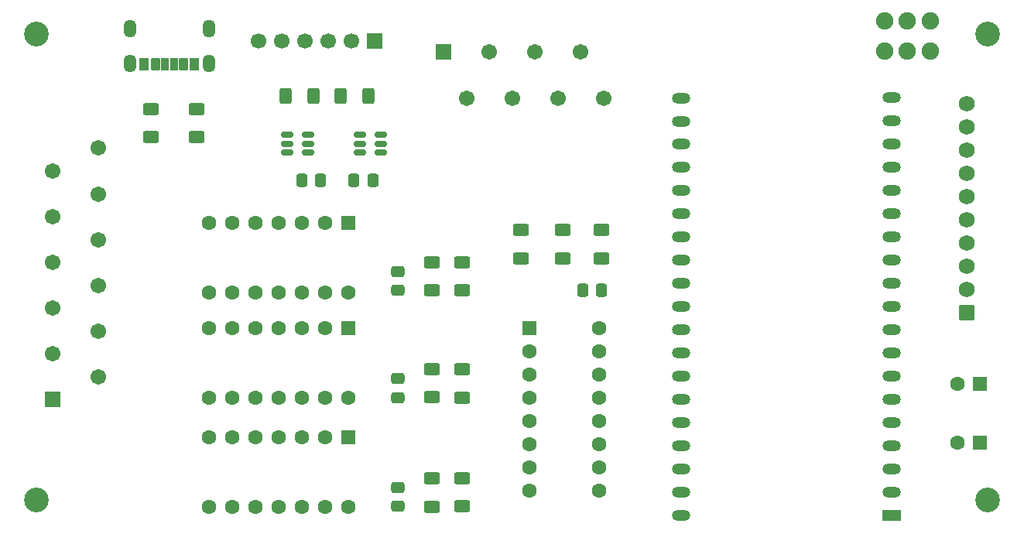
<source format=gbr>
%TF.GenerationSoftware,KiCad,Pcbnew,9.0.6*%
%TF.CreationDate,2025-11-29T12:35:40-05:00*%
%TF.ProjectId,MoistureSensor1,4d6f6973-7475-4726-9553-656e736f7231,1.0.0*%
%TF.SameCoordinates,Original*%
%TF.FileFunction,Soldermask,Top*%
%TF.FilePolarity,Negative*%
%FSLAX46Y46*%
G04 Gerber Fmt 4.6, Leading zero omitted, Abs format (unit mm)*
G04 Created by KiCad (PCBNEW 9.0.6) date 2025-11-29 12:35:40*
%MOMM*%
%LPD*%
G01*
G04 APERTURE LIST*
G04 Aperture macros list*
%AMRoundRect*
0 Rectangle with rounded corners*
0 $1 Rounding radius*
0 $2 $3 $4 $5 $6 $7 $8 $9 X,Y pos of 4 corners*
0 Add a 4 corners polygon primitive as box body*
4,1,4,$2,$3,$4,$5,$6,$7,$8,$9,$2,$3,0*
0 Add four circle primitives for the rounded corners*
1,1,$1+$1,$2,$3*
1,1,$1+$1,$4,$5*
1,1,$1+$1,$6,$7*
1,1,$1+$1,$8,$9*
0 Add four rect primitives between the rounded corners*
20,1,$1+$1,$2,$3,$4,$5,0*
20,1,$1+$1,$4,$5,$6,$7,0*
20,1,$1+$1,$6,$7,$8,$9,0*
20,1,$1+$1,$8,$9,$2,$3,0*%
G04 Aperture macros list end*
%ADD10C,2.700000*%
%ADD11RoundRect,0.250000X0.400000X0.625000X-0.400000X0.625000X-0.400000X-0.625000X0.400000X-0.625000X0*%
%ADD12RoundRect,0.250000X-0.337500X-0.475000X0.337500X-0.475000X0.337500X0.475000X-0.337500X0.475000X0*%
%ADD13RoundRect,0.150000X-0.512500X-0.150000X0.512500X-0.150000X0.512500X0.150000X-0.512500X0.150000X0*%
%ADD14RoundRect,0.250000X-0.625000X0.400000X-0.625000X-0.400000X0.625000X-0.400000X0.625000X0.400000X0*%
%ADD15RoundRect,0.250000X0.625000X-0.400000X0.625000X0.400000X-0.625000X0.400000X-0.625000X-0.400000X0*%
%ADD16RoundRect,0.250000X-0.400000X-0.625000X0.400000X-0.625000X0.400000X0.625000X-0.400000X0.625000X0*%
%ADD17RoundRect,0.250000X0.475000X-0.337500X0.475000X0.337500X-0.475000X0.337500X-0.475000X-0.337500X0*%
%ADD18R,1.700000X1.700000*%
%ADD19C,1.700000*%
%ADD20RoundRect,0.250000X-0.550000X-0.550000X0.550000X-0.550000X0.550000X0.550000X-0.550000X0.550000X0*%
%ADD21C,1.600000*%
%ADD22RoundRect,0.250000X-0.550000X0.550000X-0.550000X-0.550000X0.550000X-0.550000X0.550000X0.550000X0*%
%ADD23RoundRect,0.250000X0.620000X-0.620000X0.620000X0.620000X-0.620000X0.620000X-0.620000X-0.620000X0*%
%ADD24C,1.740000*%
%ADD25C,1.900000*%
%ADD26RoundRect,0.102000X0.754000X0.754000X-0.754000X0.754000X-0.754000X-0.754000X0.754000X-0.754000X0*%
%ADD27C,1.712000*%
%ADD28RoundRect,0.250000X0.550000X0.550000X-0.550000X0.550000X-0.550000X-0.550000X0.550000X-0.550000X0*%
%ADD29RoundRect,0.102000X0.350000X0.600000X-0.350000X0.600000X-0.350000X-0.600000X0.350000X-0.600000X0*%
%ADD30RoundRect,0.102000X0.380000X0.600000X-0.380000X0.600000X-0.380000X-0.600000X0.380000X-0.600000X0*%
%ADD31RoundRect,0.102000X0.400000X0.600000X-0.400000X0.600000X-0.400000X-0.600000X0.400000X-0.600000X0*%
%ADD32O,1.354000X1.954000*%
%ADD33RoundRect,0.102000X-0.754000X0.754000X-0.754000X-0.754000X0.754000X-0.754000X0.754000X0.754000X0*%
%ADD34R,2.000000X1.200000*%
%ADD35O,2.000000X1.200000*%
G04 APERTURE END LIST*
D10*
%TO.C,H2*%
X204500000Y-124500000D03*
%TD*%
D11*
%TO.C,R2*%
X136800000Y-80250000D03*
X133700000Y-80250000D03*
%TD*%
D12*
%TO.C,C2*%
X135212500Y-89500000D03*
X137287500Y-89500000D03*
%TD*%
D13*
%TO.C,U3*%
X135862500Y-84550000D03*
X135862500Y-85500000D03*
X135862500Y-86450000D03*
X138137500Y-86450000D03*
X138137500Y-85500000D03*
X138137500Y-84550000D03*
%TD*%
D14*
%TO.C,R8*%
X143750000Y-122137500D03*
X143750000Y-125237500D03*
%TD*%
%TO.C,R3*%
X162250000Y-94950000D03*
X162250000Y-98050000D03*
%TD*%
D15*
%TO.C,R13*%
X153500000Y-98050000D03*
X153500000Y-94950000D03*
%TD*%
D12*
%TO.C,C5*%
X160212500Y-101500000D03*
X162287500Y-101500000D03*
%TD*%
D16*
%TO.C,R1*%
X127700000Y-80250000D03*
X130800000Y-80250000D03*
%TD*%
D13*
%TO.C,U2*%
X127862500Y-84550000D03*
X127862500Y-85500000D03*
X127862500Y-86450000D03*
X130137500Y-86450000D03*
X130137500Y-85500000D03*
X130137500Y-84550000D03*
%TD*%
D17*
%TO.C,C6*%
X140000000Y-101575000D03*
X140000000Y-99500000D03*
%TD*%
D18*
%TO.C,SMX1*%
X137500000Y-74250000D03*
D19*
X134960000Y-74250000D03*
X132420000Y-74250000D03*
X129880000Y-74250000D03*
X127340000Y-74250000D03*
X124800000Y-74250000D03*
%TD*%
D20*
%TO.C,U4*%
X154380000Y-105720000D03*
D21*
X154380000Y-108260000D03*
X154380000Y-110800000D03*
X154380000Y-113340000D03*
X154380000Y-115880000D03*
X154380000Y-118420000D03*
X154380000Y-120960000D03*
X154380000Y-123500000D03*
X162000000Y-123500000D03*
X162000000Y-120960000D03*
X162000000Y-118420000D03*
X162000000Y-115880000D03*
X162000000Y-113340000D03*
X162000000Y-110800000D03*
X162000000Y-108260000D03*
X162000000Y-105720000D03*
%TD*%
D14*
%TO.C,R7*%
X147000000Y-122100000D03*
X147000000Y-125200000D03*
%TD*%
D10*
%TO.C,H1*%
X204500000Y-73500000D03*
%TD*%
%TO.C,H4*%
X100500000Y-73500000D03*
%TD*%
D22*
%TO.C,U6*%
X134620000Y-105695000D03*
D21*
X132080000Y-105695000D03*
X129540000Y-105695000D03*
X127000000Y-105695000D03*
X124460000Y-105695000D03*
X121920000Y-105695000D03*
X119380000Y-105695000D03*
X119380000Y-113315000D03*
X121920000Y-113315000D03*
X124460000Y-113315000D03*
X127000000Y-113315000D03*
X129540000Y-113315000D03*
X132080000Y-113315000D03*
X134620000Y-113315000D03*
%TD*%
D17*
%TO.C,C8*%
X140000000Y-113287500D03*
X140000000Y-111212500D03*
%TD*%
D14*
%TO.C,R4*%
X158000000Y-94950000D03*
X158000000Y-98050000D03*
%TD*%
%TO.C,R9*%
X143750000Y-110162500D03*
X143750000Y-113262500D03*
%TD*%
D15*
%TO.C,R6*%
X113000000Y-84800000D03*
X113000000Y-81700000D03*
%TD*%
D23*
%TO.C,J2*%
X202250000Y-103990000D03*
D24*
X202250000Y-101450000D03*
X202250000Y-98910000D03*
X202250000Y-96370000D03*
X202250000Y-93830000D03*
X202250000Y-91290000D03*
X202250000Y-88750000D03*
X202250000Y-86210000D03*
X202250000Y-83670000D03*
X202250000Y-81130000D03*
%TD*%
D25*
%TO.C,DPDT1*%
X198250000Y-72100000D03*
X195750000Y-72100000D03*
X193250000Y-72100000D03*
X198250000Y-75400000D03*
X195750000Y-75400000D03*
X193250000Y-75400000D03*
%TD*%
D26*
%TO.C,J1*%
X145000000Y-75500000D03*
D27*
X147500000Y-80500000D03*
X150000000Y-75500000D03*
X152500000Y-80500000D03*
X155000000Y-75500000D03*
X157500000Y-80500000D03*
X160000000Y-75500000D03*
X162500000Y-80500000D03*
%TD*%
D28*
%TO.C,C4*%
X203705113Y-118250000D03*
D21*
X201205113Y-118250000D03*
%TD*%
D10*
%TO.C,H3*%
X100500000Y-124500000D03*
%TD*%
D29*
%TO.C,5v in1*%
X115500000Y-76780000D03*
D30*
X113480000Y-76780000D03*
D31*
X112250000Y-76780000D03*
D29*
X114500000Y-76780000D03*
D30*
X116520000Y-76780000D03*
D31*
X117750000Y-76780000D03*
D32*
X119320000Y-76700000D03*
X110680000Y-76700000D03*
X119320000Y-72900000D03*
X110680000Y-72900000D03*
%TD*%
D28*
%TO.C,C3*%
X203705113Y-111750000D03*
D21*
X201205113Y-111750000D03*
%TD*%
D33*
%TO.C,J3*%
X102250000Y-113500000D03*
D27*
X107250000Y-111000000D03*
X102250000Y-108500000D03*
X107250000Y-106000000D03*
X102250000Y-103500000D03*
X107250000Y-101000000D03*
X102250000Y-98500000D03*
X107250000Y-96000000D03*
X102250000Y-93500000D03*
X107250000Y-91000000D03*
X102250000Y-88500000D03*
X107250000Y-86000000D03*
%TD*%
D22*
%TO.C,U5*%
X134620000Y-117595000D03*
D21*
X132080000Y-117595000D03*
X129540000Y-117595000D03*
X127000000Y-117595000D03*
X124460000Y-117595000D03*
X121920000Y-117595000D03*
X119380000Y-117595000D03*
X119380000Y-125215000D03*
X121920000Y-125215000D03*
X124460000Y-125215000D03*
X127000000Y-125215000D03*
X129540000Y-125215000D03*
X132080000Y-125215000D03*
X134620000Y-125215000D03*
%TD*%
D17*
%TO.C,C7*%
X140000000Y-125187500D03*
X140000000Y-123112500D03*
%TD*%
D15*
%TO.C,R5*%
X118000000Y-84800000D03*
X118000000Y-81700000D03*
%TD*%
D14*
%TO.C,R10*%
X147000000Y-110200000D03*
X147000000Y-113300000D03*
%TD*%
D34*
%TO.C,U1*%
X193996320Y-126217280D03*
D35*
X193996320Y-123677280D03*
X193996320Y-121137280D03*
X193996320Y-118597280D03*
X193996320Y-116057280D03*
X193996320Y-113517280D03*
X193996320Y-110977280D03*
X193996320Y-108437280D03*
X193996320Y-105897280D03*
X193996320Y-103357280D03*
X193996320Y-100817280D03*
X193996320Y-98277280D03*
X193996320Y-95737280D03*
X193996320Y-93197280D03*
X193996320Y-90657280D03*
X193996320Y-88117280D03*
X193996320Y-85577280D03*
X193996320Y-83037280D03*
X193996320Y-80497280D03*
X171000000Y-80500000D03*
X171000000Y-83040000D03*
X170996320Y-85577280D03*
X170996320Y-88117280D03*
X170996320Y-90657280D03*
X170996320Y-93197280D03*
X170996320Y-95737280D03*
X170996320Y-98277280D03*
X170996320Y-100817280D03*
X170996320Y-103357280D03*
X170996320Y-105897280D03*
X170996320Y-108437280D03*
X170996320Y-110977280D03*
X170996320Y-113517280D03*
X170996320Y-116057280D03*
X170996320Y-118597280D03*
X170996320Y-121137280D03*
X170996320Y-123677280D03*
X170996320Y-126217280D03*
%TD*%
D22*
%TO.C,U7*%
X134620000Y-94195000D03*
D21*
X132080000Y-94195000D03*
X129540000Y-94195000D03*
X127000000Y-94195000D03*
X124460000Y-94195000D03*
X121920000Y-94195000D03*
X119380000Y-94195000D03*
X119380000Y-101815000D03*
X121920000Y-101815000D03*
X124460000Y-101815000D03*
X127000000Y-101815000D03*
X129540000Y-101815000D03*
X132080000Y-101815000D03*
X134620000Y-101815000D03*
%TD*%
D12*
%TO.C,C1*%
X129462500Y-89500000D03*
X131537500Y-89500000D03*
%TD*%
D14*
%TO.C,R11*%
X143750000Y-98450000D03*
X143750000Y-101550000D03*
%TD*%
%TO.C,R12*%
X147000000Y-98450000D03*
X147000000Y-101550000D03*
%TD*%
M02*

</source>
